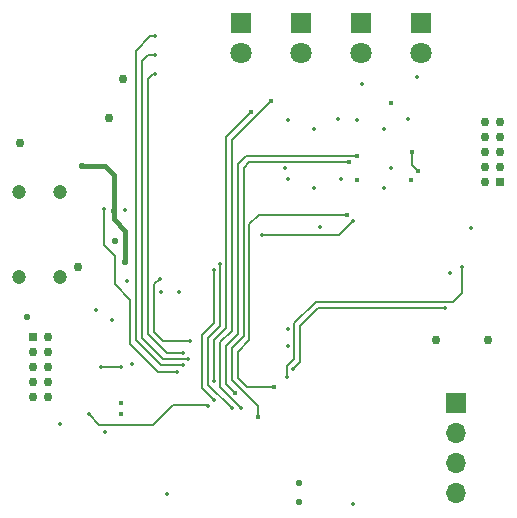
<source format=gbr>
%TF.GenerationSoftware,KiCad,Pcbnew,5.0.0-fee4fd1~65~ubuntu18.04.1*%
%TF.CreationDate,2018-07-28T20:32:54+02:00*%
%TF.ProjectId,blackBoxProbeBig,626C61636B426F7850726F6265426967,rev?*%
%TF.SameCoordinates,Original*%
%TF.FileFunction,Copper,L4,Bot,Signal*%
%TF.FilePolarity,Positive*%
%FSLAX46Y46*%
G04 Gerber Fmt 4.6, Leading zero omitted, Abs format (unit mm)*
G04 Created by KiCad (PCBNEW 5.0.0-fee4fd1~65~ubuntu18.04.1) date Sat Jul 28 20:32:54 2018*
%MOMM*%
%LPD*%
G01*
G04 APERTURE LIST*
%TA.AperFunction,ComponentPad*%
%ADD10C,1.200000*%
%TD*%
%TA.AperFunction,ComponentPad*%
%ADD11R,1.700000X1.700000*%
%TD*%
%TA.AperFunction,ComponentPad*%
%ADD12O,1.700000X1.700000*%
%TD*%
%TA.AperFunction,ComponentPad*%
%ADD13R,1.800000X1.800000*%
%TD*%
%TA.AperFunction,ComponentPad*%
%ADD14C,1.800000*%
%TD*%
%TA.AperFunction,ComponentPad*%
%ADD15R,0.750000X0.750000*%
%TD*%
%TA.AperFunction,ComponentPad*%
%ADD16C,0.750000*%
%TD*%
%TA.AperFunction,ViaPad*%
%ADD17C,0.550000*%
%TD*%
%TA.AperFunction,ViaPad*%
%ADD18C,0.355600*%
%TD*%
%TA.AperFunction,ViaPad*%
%ADD19C,0.381000*%
%TD*%
%TA.AperFunction,ViaPad*%
%ADD20C,0.750000*%
%TD*%
%TA.AperFunction,Conductor*%
%ADD21C,0.400000*%
%TD*%
%TA.AperFunction,Conductor*%
%ADD22C,0.200000*%
%TD*%
G04 APERTURE END LIST*
D10*
%TO.P,J1,S*%
%TO.N,Net-(C2-Pad2)*%
X18975000Y-167395000D03*
X18975000Y-174545000D03*
X15525000Y-167395000D03*
X15525000Y-174545000D03*
%TD*%
D11*
%TO.P,J4,1*%
%TO.N,/PROBE_VDD*%
X52450000Y-185260000D03*
D12*
%TO.P,J4,2*%
%TO.N,Net-(J4-Pad2)*%
X52450000Y-187800000D03*
%TO.P,J4,3*%
%TO.N,Net-(J4-Pad3)*%
X52450000Y-190340000D03*
%TO.P,J4,4*%
%TO.N,GND*%
X52450000Y-192880000D03*
%TD*%
D13*
%TO.P,D1,1*%
%TO.N,GND*%
X34290000Y-153035000D03*
D14*
%TO.P,D1,2*%
%TO.N,Net-(D1-Pad2)*%
X34290000Y-155575000D03*
%TD*%
D13*
%TO.P,D2,1*%
%TO.N,GND*%
X39370000Y-153035000D03*
D14*
%TO.P,D2,2*%
%TO.N,Net-(D2-Pad2)*%
X39370000Y-155575000D03*
%TD*%
D13*
%TO.P,D3,1*%
%TO.N,GND*%
X44450000Y-153035000D03*
D14*
%TO.P,D3,2*%
%TO.N,Net-(D3-Pad2)*%
X44450000Y-155575000D03*
%TD*%
D13*
%TO.P,D4,1*%
%TO.N,GND*%
X49530000Y-153035000D03*
D14*
%TO.P,D4,2*%
%TO.N,Net-(D4-Pad2)*%
X49530000Y-155575000D03*
%TD*%
D15*
%TO.P,J2,1*%
%TO.N,Net-(J2-Pad1)*%
X16665000Y-179660000D03*
D16*
%TO.P,J2,2*%
%TO.N,Net-(J2-Pad2)*%
X17935000Y-179660000D03*
%TO.P,J2,3*%
%TO.N,GND*%
X16665000Y-180930000D03*
%TO.P,J2,4*%
%TO.N,Net-(J2-Pad4)*%
X17935000Y-180930000D03*
%TO.P,J2,5*%
%TO.N,GND*%
X16665000Y-182200000D03*
%TO.P,J2,6*%
%TO.N,Net-(J2-Pad6)*%
X17935000Y-182200000D03*
%TO.P,J2,7*%
%TO.N,N/C*%
X16665000Y-183470000D03*
%TO.P,J2,8*%
%TO.N,Net-(J2-Pad8)*%
X17935000Y-183470000D03*
%TO.P,J2,9*%
%TO.N,GND*%
X16665000Y-184740000D03*
%TO.P,J2,10*%
%TO.N,Net-(J2-Pad10)*%
X17935000Y-184740000D03*
%TD*%
D15*
%TO.P,J3,1*%
%TO.N,/PROBE_VDD*%
X56235000Y-166540000D03*
D16*
%TO.P,J3,2*%
%TO.N,Net-(J3-Pad2)*%
X54965000Y-166540000D03*
%TO.P,J3,3*%
%TO.N,GND*%
X56235000Y-165270000D03*
%TO.P,J3,4*%
%TO.N,Net-(J3-Pad4)*%
X54965000Y-165270000D03*
%TO.P,J3,5*%
%TO.N,GND*%
X56235000Y-164000000D03*
%TO.P,J3,6*%
%TO.N,Net-(J3-Pad6)*%
X54965000Y-164000000D03*
%TO.P,J3,7*%
%TO.N,N/C*%
X56235000Y-162730000D03*
%TO.P,J3,8*%
%TO.N,Net-(J3-Pad8)*%
X54965000Y-162730000D03*
%TO.P,J3,9*%
%TO.N,GND*%
X56235000Y-161460000D03*
%TO.P,J3,10*%
%TO.N,Net-(J3-Pad10)*%
X54965000Y-161460000D03*
%TD*%
D17*
%TO.N,+5V*%
X23500000Y-169000000D03*
X20800000Y-165200000D03*
X24500000Y-173300000D03*
D18*
%TO.N,GND*%
X38250000Y-180450000D03*
X24600000Y-174900000D03*
D19*
X47000000Y-159800000D03*
D20*
X50800000Y-179900000D03*
D18*
X53800000Y-170400000D03*
X46400000Y-162000000D03*
X40500000Y-167000000D03*
X46400000Y-167000000D03*
X40500000Y-162000000D03*
X22800000Y-187700000D03*
X28000000Y-192900000D03*
X24500000Y-168900000D03*
D17*
X39200000Y-193600000D03*
D18*
X29050000Y-175850000D03*
D17*
X23600000Y-171500000D03*
D19*
X24100000Y-185200000D03*
D20*
X15550000Y-163200000D03*
X23150000Y-161100000D03*
D17*
X16210000Y-177935000D03*
D20*
X20500000Y-173750000D03*
D18*
X23400000Y-178200000D03*
X38000000Y-165300000D03*
%TO.N,+3V3*%
X38250000Y-178950000D03*
X52000000Y-174200000D03*
X47000000Y-165300000D03*
X44500000Y-158200000D03*
D19*
X44150000Y-166350000D03*
D20*
X55200000Y-179900000D03*
D18*
X38250000Y-161250000D03*
X38250000Y-166250000D03*
X44150000Y-161250000D03*
X19000000Y-187000000D03*
D20*
X24300000Y-157800000D03*
D18*
X25100000Y-181900000D03*
X43750000Y-193750000D03*
D17*
X39200000Y-192000000D03*
D18*
X27550000Y-175850000D03*
D19*
X24100000Y-186200000D03*
D18*
X22000000Y-177400000D03*
X41000000Y-170300000D03*
%TO.N,/TARGET_PWR_SENSE*%
X53000000Y-173700000D03*
X38200000Y-183000000D03*
D19*
%TO.N,/PROBE_I_RST*%
X36800000Y-159700000D03*
D18*
X34300000Y-185700000D03*
D19*
%TO.N,/PROBE_I_RST_SEN*%
X35100000Y-160600000D03*
D18*
X32000000Y-183400000D03*
%TO.N,/TARGET_PWR_EN*%
X51600000Y-177200000D03*
X38700000Y-182400000D03*
%TO.N,/USB_V*%
X28900000Y-182600000D03*
X22700000Y-168800000D03*
%TO.N,/MCU_TDO*%
X22400000Y-182200000D03*
X24100000Y-182200000D03*
%TO.N,/MCU_RST*%
X21400000Y-186200000D03*
X31500000Y-185500000D03*
%TO.N,/USB_PU*%
X30000000Y-180000000D03*
X27400000Y-174700000D03*
D19*
%TO.N,/PROBE_E_TCK*%
X49300000Y-165600000D03*
X48800000Y-164000000D03*
D18*
%TO.N,/LED0*%
X27000000Y-154200000D03*
X29400000Y-182000000D03*
%TO.N,/LED1*%
X27000000Y-155800000D03*
X29800000Y-181500000D03*
%TO.N,/LED2*%
X27000000Y-157400000D03*
X29400000Y-181000000D03*
%TO.N,/PROBE_TMS_DIR*%
X33500000Y-185700000D03*
X32500000Y-173500000D03*
%TO.N,/PROBE_I_TMS*%
X32000000Y-185000000D03*
X32000000Y-174000000D03*
D19*
%TO.N,/PROBE_I_TCK*%
X44100000Y-164300000D03*
X33800000Y-184400000D03*
%TO.N,/PROBE_I_TDO*%
X43300000Y-169300000D03*
X37100000Y-183900000D03*
D18*
%TO.N,/PROBE_I_RX*%
X36100000Y-171000000D03*
X43800000Y-169800000D03*
D19*
%TO.N,/PROBE_I_TDI*%
X43400000Y-164800000D03*
X35700000Y-186400000D03*
%TO.N,/PROBE_E_VDD*%
X48650000Y-166350000D03*
D18*
X42500000Y-161200000D03*
X48400000Y-161200000D03*
X42750000Y-166250000D03*
X49200000Y-157600000D03*
%TD*%
D21*
%TO.N,+5V*%
X23500000Y-169700000D02*
X23500000Y-169000000D01*
X23500000Y-169000000D02*
X23500000Y-165900000D01*
X22800000Y-165200000D02*
X20800000Y-165200000D01*
X23500000Y-165900000D02*
X22800000Y-165200000D01*
X24500000Y-170700000D02*
X23500000Y-169700000D01*
X24500000Y-173300000D02*
X24500000Y-170700000D01*
D22*
%TO.N,/TARGET_PWR_SENSE*%
X53000000Y-173700000D02*
X53000000Y-175900000D01*
X52200000Y-176700000D02*
X40600000Y-176700000D01*
X53000000Y-175900000D02*
X52200000Y-176700000D01*
X40600000Y-176700000D02*
X38800000Y-178500000D01*
X38800000Y-178500000D02*
X38800000Y-181500000D01*
X38800000Y-181500000D02*
X38200000Y-182100000D01*
X38200000Y-182100000D02*
X38200000Y-183000000D01*
%TO.N,/PROBE_I_RST*%
X33500000Y-163000000D02*
X36800000Y-159700000D01*
X33500000Y-163400000D02*
X33500000Y-163000000D01*
X32500000Y-183900000D02*
X34300000Y-185700000D01*
X32500000Y-180100000D02*
X32500000Y-183900000D01*
X33500000Y-179100000D02*
X32500000Y-180100000D01*
X33500000Y-163400000D02*
X33500000Y-179100000D01*
%TO.N,/PROBE_I_RST_SEN*%
X33000000Y-162700000D02*
X35100000Y-160600000D01*
X33000000Y-163100000D02*
X33000000Y-162700000D01*
X33000000Y-178900000D02*
X33000000Y-163100000D01*
X32000000Y-179900000D02*
X33000000Y-178900000D01*
X32000000Y-183400000D02*
X32000000Y-179900000D01*
%TO.N,/TARGET_PWR_EN*%
X51600000Y-177200000D02*
X40800000Y-177200000D01*
X40800000Y-177200000D02*
X39300000Y-178700000D01*
X39300000Y-178700000D02*
X39300000Y-181800000D01*
X39300000Y-181800000D02*
X38700000Y-182400000D01*
%TO.N,/USB_V*%
X28900000Y-182600000D02*
X27300000Y-182600000D01*
X27300000Y-182600000D02*
X24900000Y-180200000D01*
X24900000Y-180200000D02*
X24900000Y-176500000D01*
X24900000Y-176500000D02*
X23600000Y-175200000D01*
X22700000Y-171900000D02*
X22700000Y-168800000D01*
X23600000Y-175200000D02*
X23600000Y-172800000D01*
X23600000Y-172800000D02*
X22700000Y-171900000D01*
%TO.N,/MCU_TDO*%
X24100000Y-182200000D02*
X22400000Y-182200000D01*
%TO.N,/MCU_RST*%
X31500000Y-185500000D02*
X31400000Y-185400000D01*
X31400000Y-185400000D02*
X28500000Y-185400000D01*
X28500000Y-185400000D02*
X26800000Y-187100000D01*
X26800000Y-187100000D02*
X22300000Y-187100000D01*
X22300000Y-187100000D02*
X21400000Y-186200000D01*
%TO.N,/USB_PU*%
X27700000Y-180000000D02*
X30000000Y-180000000D01*
X27700000Y-180000000D02*
X26900000Y-179200000D01*
X26900000Y-179200000D02*
X26900000Y-175200000D01*
X26900000Y-175200000D02*
X27400000Y-174700000D01*
%TO.N,/PROBE_E_TCK*%
X48800000Y-165100000D02*
X49300000Y-165600000D01*
X48800000Y-164000000D02*
X48800000Y-165100000D01*
%TO.N,/LED0*%
X27000000Y-154200000D02*
X26600000Y-154200000D01*
X26600000Y-154200000D02*
X25400000Y-155400000D01*
X25400000Y-155400000D02*
X25400000Y-179900000D01*
X25400000Y-179900000D02*
X27500000Y-182000000D01*
X27500000Y-182000000D02*
X29400000Y-182000000D01*
%TO.N,/LED1*%
X27000000Y-155800000D02*
X26400000Y-155800000D01*
X25900000Y-156300000D02*
X25900000Y-179700000D01*
X26400000Y-155800000D02*
X25900000Y-156300000D01*
X25900000Y-179700000D02*
X27700000Y-181500000D01*
X27700000Y-181500000D02*
X29800000Y-181500000D01*
%TO.N,/LED2*%
X26800000Y-157400000D02*
X27000000Y-157400000D01*
X26400000Y-157800000D02*
X26800000Y-157400000D01*
X26400000Y-170300000D02*
X26400000Y-157800000D01*
X28000000Y-181000000D02*
X29400000Y-181000000D01*
X26400000Y-170300000D02*
X26400000Y-178800000D01*
X26400000Y-178800000D02*
X26400000Y-178861543D01*
X28000000Y-181000000D02*
X26400000Y-179400000D01*
X26400000Y-179400000D02*
X26400000Y-178800000D01*
%TO.N,/PROBE_TMS_DIR*%
X31500000Y-183700000D02*
X33500000Y-185700000D01*
X31500000Y-179700000D02*
X31500000Y-183700000D01*
X32500000Y-178700000D02*
X31500000Y-179700000D01*
X32500000Y-173500000D02*
X32500000Y-178700000D01*
%TO.N,/PROBE_I_TMS*%
X31000000Y-184000000D02*
X32000000Y-185000000D01*
X31000000Y-179500000D02*
X31000000Y-184000000D01*
X32000000Y-178500000D02*
X31000000Y-179500000D01*
X32000000Y-174000000D02*
X32000000Y-178500000D01*
%TO.N,/PROBE_I_TCK*%
X44000000Y-164300000D02*
X44100000Y-164300000D01*
X33000000Y-183600000D02*
X33800000Y-184400000D01*
X33000000Y-180400000D02*
X33000000Y-183600000D01*
X34000000Y-179400000D02*
X33000000Y-180400000D01*
X34000000Y-165000000D02*
X34000000Y-179400000D01*
X34700000Y-164300000D02*
X34000000Y-165000000D01*
X44000000Y-164300000D02*
X34700000Y-164300000D01*
%TO.N,/PROBE_I_TDO*%
X35800000Y-169300000D02*
X43300000Y-169300000D01*
X35000000Y-170100000D02*
X35800000Y-169300000D01*
X35000000Y-179900000D02*
X35000000Y-170100000D01*
X34000000Y-180900000D02*
X35000000Y-179900000D01*
X34000000Y-183100000D02*
X34000000Y-180900000D01*
X34800000Y-183900000D02*
X34000000Y-183100000D01*
X37100000Y-183900000D02*
X34800000Y-183900000D01*
%TO.N,/PROBE_I_RX*%
X39200000Y-171000000D02*
X36100000Y-171000000D01*
X42600000Y-171000000D02*
X43800000Y-169800000D01*
X39200000Y-171000000D02*
X42600000Y-171000000D01*
%TO.N,/PROBE_I_TDI*%
X43400000Y-164800000D02*
X35000000Y-164800000D01*
X35700000Y-185500000D02*
X35700000Y-186400000D01*
X33500000Y-183300000D02*
X35700000Y-185500000D01*
X33500000Y-180600000D02*
X33500000Y-183300000D01*
X34500000Y-179600000D02*
X33500000Y-180600000D01*
X34500000Y-165300000D02*
X34500000Y-179600000D01*
X35000000Y-164800000D02*
X34500000Y-165300000D01*
%TD*%
M02*

</source>
